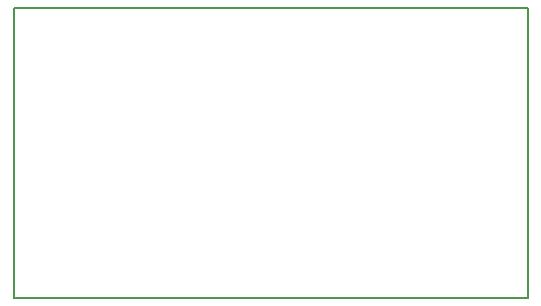
<source format=gm1>
G04 #@! TF.FileFunction,Profile,NP*
%FSLAX46Y46*%
G04 Gerber Fmt 4.6, Leading zero omitted, Abs format (unit mm)*
G04 Created by KiCad (PCBNEW 4.0.2-stable) date Mon 07 Mar 2016 02:30:54 PM HST*
%MOMM*%
G01*
G04 APERTURE LIST*
%ADD10C,0.100000*%
%ADD11C,0.150000*%
G04 APERTURE END LIST*
D10*
D11*
X161500000Y-131500000D02*
X118000000Y-131500000D01*
X161500000Y-131000000D02*
X161500000Y-131500000D01*
X161500000Y-107000000D02*
X161500000Y-131000000D01*
X118000000Y-107000000D02*
X161500000Y-107000000D01*
X118000000Y-131500000D02*
X118000000Y-107000000D01*
M02*

</source>
